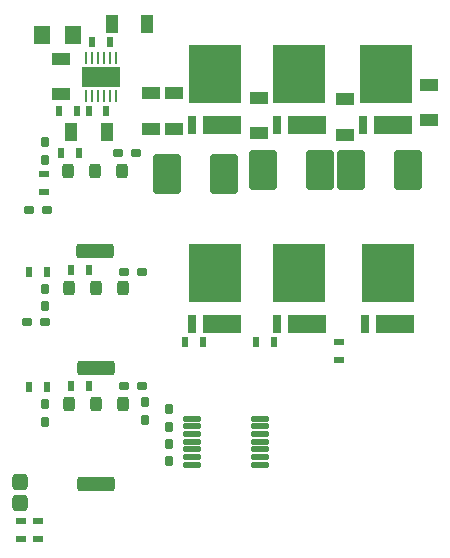
<source format=gbp>
%FSLAX46Y46*%
%MOMM*%
%AMPS21*
21,1,3.140000,1.500000,0.000000,0.000000,180.000000*
%
%ADD21PS21*%
%AMPS20*
21,1,4.900000,4.410000,0.000000,0.000000,90.000000*
%
%ADD20PS20*%
%AMPS22*
21,1,1.500000,0.600000,0.000000,0.000000,90.000000*
%
%ADD22PS22*%
%AMPS36*
1,1,0.200000,-0.650000,-0.125000*
1,1,0.200000,0.650000,-0.125000*
21,1,0.450000,1.300000,0.000000,0.000000,270.000000*
21,1,0.250000,1.500000,0.000000,0.000000,270.000000*
1,1,0.200000,-0.650000,0.125000*
1,1,0.200000,0.650000,0.125000*
%
%ADD36PS36*%
%AMPS37*
1,1,0.200000,0.650000,0.125000*
1,1,0.200000,-0.650000,0.125000*
21,1,0.450000,1.300000,0.000000,0.000000,90.000000*
21,1,0.250000,1.500000,0.000000,0.000000,90.000000*
1,1,0.200000,0.650000,-0.125000*
1,1,0.200000,-0.650000,-0.125000*
%
%ADD37PS37*%
%AMPS27*
1,1,0.200000,0.300000,-0.275000*
1,1,0.200000,0.300000,0.275000*
21,1,0.800000,0.550000,0.000000,0.000000,360.000000*
21,1,0.600000,0.750000,0.000000,0.000000,360.000000*
1,1,0.200000,-0.300000,-0.275000*
1,1,0.200000,-0.300000,0.275000*
%
%ADD27PS27*%
%AMPS24*
1,1,0.200000,-0.275000,-0.300000*
1,1,0.200000,0.275000,-0.300000*
21,1,0.800000,0.550000,0.000000,0.000000,270.000000*
21,1,0.600000,0.750000,0.000000,0.000000,270.000000*
1,1,0.200000,-0.275000,0.300000*
1,1,0.200000,0.275000,0.300000*
%
%ADD24PS24*%
%AMPS16*
1,1,0.200000,-0.300000,0.275000*
1,1,0.200000,-0.300000,-0.275000*
21,1,0.800000,0.550000,0.000000,0.000000,180.000000*
21,1,0.600000,0.750000,0.000000,0.000000,180.000000*
1,1,0.200000,0.300000,0.275000*
1,1,0.200000,0.300000,-0.275000*
%
%ADD16PS16*%
%AMPS19*
1,1,0.200000,0.275000,0.300000*
1,1,0.200000,-0.275000,0.300000*
21,1,0.800000,0.550000,0.000000,0.000000,90.000000*
21,1,0.600000,0.750000,0.000000,0.000000,90.000000*
1,1,0.200000,0.275000,-0.300000*
1,1,0.200000,-0.275000,-0.300000*
%
%ADD19PS19*%
%AMPS30*
1,1,0.400000,-0.275000,0.425000*
1,1,0.400000,-0.275000,-0.425000*
21,1,0.950000,0.850000,0.000000,0.000000,180.000000*
21,1,0.550000,1.250000,0.000000,0.000000,180.000000*
1,1,0.400000,0.275000,0.425000*
1,1,0.400000,0.275000,-0.425000*
%
%ADD30PS30*%
%AMPS35*
1,1,0.200000,-1.550000,-0.750000*
1,1,0.200000,1.550000,-0.750000*
21,1,1.700000,3.100000,0.000000,0.000000,270.000000*
21,1,1.500000,3.300000,0.000000,0.000000,270.000000*
1,1,0.200000,-1.550000,0.750000*
1,1,0.200000,1.550000,0.750000*
%
%ADD35PS35*%
%AMPS31*
1,1,0.200000,0.400000,-0.700000*
1,1,0.200000,0.400000,0.700000*
21,1,1.000000,1.400000,0.000000,0.000000,360.000000*
21,1,0.800000,1.600000,0.000000,0.000000,360.000000*
1,1,0.200000,-0.400000,-0.700000*
1,1,0.200000,-0.400000,0.700000*
%
%ADD31PS31*%
%AMPS11*
1,1,0.200000,-0.400000,0.700000*
1,1,0.200000,-0.400000,-0.700000*
21,1,1.000000,1.400000,0.000000,0.000000,180.000000*
21,1,0.800000,1.600000,0.000000,0.000000,180.000000*
1,1,0.200000,0.400000,0.700000*
1,1,0.200000,0.400000,-0.700000*
%
%ADD11PS11*%
%AMPS10*
1,1,0.200000,0.700000,0.400000*
1,1,0.200000,-0.700000,0.400000*
21,1,1.000000,1.400000,0.000000,0.000000,90.000000*
21,1,0.800000,1.600000,0.000000,0.000000,90.000000*
1,1,0.200000,0.700000,-0.400000*
1,1,0.200000,-0.700000,-0.400000*
%
%ADD10PS10*%
%AMPS29*
1,1,0.500000,1.350000,-0.375000*
1,1,0.500000,1.350000,0.375000*
21,1,3.200000,0.750000,0.000000,0.000000,360.000000*
21,1,2.700000,1.250000,0.000000,0.000000,360.000000*
1,1,0.500000,-1.350000,-0.375000*
1,1,0.500000,-1.350000,0.375000*
%
%ADD29PS29*%
%AMPS14*
1,1,0.520000,0.380000,-0.410000*
1,1,0.520000,0.380000,0.410000*
21,1,1.280000,0.820000,0.000000,0.000000,360.000000*
21,1,0.760000,1.340000,0.000000,0.000000,360.000000*
1,1,0.520000,-0.380000,-0.410000*
1,1,0.520000,-0.380000,0.410000*
%
%ADD14PS14*%
%AMPS15*
1,1,0.520000,-0.380000,0.410000*
1,1,0.520000,-0.380000,-0.410000*
21,1,1.280000,0.820000,0.000000,0.000000,180.000000*
21,1,0.760000,1.340000,0.000000,0.000000,180.000000*
1,1,0.520000,0.380000,0.410000*
1,1,0.520000,0.380000,-0.410000*
%
%ADD15PS15*%
%AMPS34*
1,1,0.100000,0.075000,-0.500000*
1,1,0.100000,0.075000,0.500000*
21,1,0.250000,1.000000,0.000000,0.000000,360.000000*
21,1,0.150000,1.100000,0.000000,0.000000,360.000000*
1,1,0.100000,-0.075000,-0.500000*
1,1,0.100000,-0.075000,0.500000*
%
%ADD34PS34*%
%AMPS33*
1,1,0.100000,-0.075000,0.500000*
1,1,0.100000,-0.075000,-0.500000*
21,1,0.250000,1.000000,0.000000,0.000000,180.000000*
21,1,0.150000,1.100000,0.000000,0.000000,180.000000*
1,1,0.100000,0.075000,0.500000*
1,1,0.100000,0.075000,-0.500000*
%
%ADD33PS33*%
%AMPS28*
1,1,0.200000,0.600000,-0.700000*
1,1,0.200000,0.600000,0.700000*
21,1,1.400000,1.400000,0.000000,0.000000,360.000000*
21,1,1.200000,1.600000,0.000000,0.000000,360.000000*
1,1,0.200000,-0.600000,-0.700000*
1,1,0.200000,-0.600000,0.700000*
%
%ADD28PS28*%
%AMPS12*
1,1,0.200000,0.150000,-0.350000*
1,1,0.200000,0.150000,0.350000*
21,1,0.500000,0.700000,0.000000,0.000000,360.000000*
21,1,0.300000,0.900000,0.000000,0.000000,360.000000*
1,1,0.200000,-0.150000,-0.350000*
1,1,0.200000,-0.150000,0.350000*
%
%ADD12PS12*%
%AMPS32*
1,1,0.200000,-0.350000,-0.150000*
1,1,0.200000,0.350000,-0.150000*
21,1,0.500000,0.700000,0.000000,0.000000,270.000000*
21,1,0.300000,0.900000,0.000000,0.000000,270.000000*
1,1,0.200000,-0.350000,0.150000*
1,1,0.200000,0.350000,0.150000*
%
%ADD32PS32*%
%AMPS23*
1,1,0.200000,-0.150000,0.350000*
1,1,0.200000,-0.150000,-0.350000*
21,1,0.500000,0.700000,0.000000,0.000000,180.000000*
21,1,0.300000,0.900000,0.000000,0.000000,180.000000*
1,1,0.200000,0.150000,0.350000*
1,1,0.200000,0.150000,-0.350000*
%
%ADD23PS23*%
%AMPS13*
1,1,0.200000,0.350000,0.150000*
1,1,0.200000,-0.350000,0.150000*
21,1,0.500000,0.700000,0.000000,0.000000,90.000000*
21,1,0.300000,0.900000,0.000000,0.000000,90.000000*
1,1,0.200000,0.350000,-0.150000*
1,1,0.200000,-0.350000,-0.150000*
%
%ADD13PS13*%
%AMPS26*
1,1,0.500000,-0.940000,-1.440000*
1,1,0.500000,0.940000,-1.440000*
21,1,3.380000,1.880000,0.000000,0.000000,270.000000*
21,1,2.880000,2.380000,0.000000,0.000000,270.000000*
1,1,0.500000,-0.940000,1.440000*
1,1,0.500000,0.940000,1.440000*
%
%ADD26PS26*%
%AMPS25*
1,1,0.500000,0.940000,1.440000*
1,1,0.500000,-0.940000,1.440000*
21,1,3.380000,1.880000,0.000000,0.000000,90.000000*
21,1,2.880000,2.380000,0.000000,0.000000,90.000000*
1,1,0.500000,0.940000,-1.440000*
1,1,0.500000,-0.940000,-1.440000*
%
%ADD25PS25*%
%AMPS17*
1,1,0.280000,0.205000,-0.305000*
1,1,0.280000,0.205000,0.305000*
21,1,0.690000,0.610000,0.000000,0.000000,360.000000*
21,1,0.410000,0.890000,0.000000,0.000000,360.000000*
1,1,0.280000,-0.205000,-0.305000*
1,1,0.280000,-0.205000,0.305000*
%
%ADD17PS17*%
%AMPS18*
1,1,0.280000,-0.205000,0.305000*
1,1,0.280000,-0.205000,-0.305000*
21,1,0.690000,0.610000,0.000000,0.000000,180.000000*
21,1,0.410000,0.890000,0.000000,0.000000,180.000000*
1,1,0.280000,0.205000,0.305000*
1,1,0.280000,0.205000,-0.305000*
%
%ADD18PS18*%
G01*
G01*
%LPD*%
G75*
D10*
X-1200000Y16300000D03*
D10*
X-1200000Y13300000D03*
D11*
X-300000Y10100000D03*
D11*
X2700000Y10100000D03*
D12*
X2950000Y17700000D03*
D12*
X1450000Y17700000D03*
D12*
X1150000Y-11400000D03*
D12*
X-350000Y-11400000D03*
D10*
X6450000Y13400000D03*
D10*
X6450000Y10400000D03*
D12*
X-2350000Y-1700000D03*
D12*
X-3850000Y-1700000D03*
D13*
X-2600000Y6550000D03*
D13*
X-2600000Y5050000D03*
D14*
X-4666667Y-21299997D03*
D15*
X-4666667Y-19499997D03*
D16*
X5650000Y-11400000D03*
D16*
X4150000Y-11400000D03*
D17*
X8000000Y-17710000D03*
D18*
X8000000Y-16290000D03*
D13*
X-4566667Y-22849997D03*
D13*
X-4566667Y-24349997D03*
D19*
X5900000Y-14250000D03*
D19*
X5900000Y-12750000D03*
D20*
X19000000Y15020000D03*
D21*
X19635000Y10680000D03*
D22*
X17095000Y10680000D03*
D10*
X22900000Y12900000D03*
D10*
X22900000Y9900000D03*
D20*
X11850000Y-1780004D03*
D21*
X12485000Y-6120004D03*
D22*
X9945000Y-6120004D03*
D10*
X8400000Y13400000D03*
D10*
X8400000Y10400000D03*
D12*
X1150000Y-1600000D03*
D12*
X-350000Y-1600000D03*
D23*
X9350000Y-7700000D03*
D23*
X10850000Y-7700000D03*
D20*
X26500000Y-1780000D03*
D21*
X27135000Y-6120000D03*
D22*
X24595000Y-6120000D03*
D24*
X-2530000Y9250000D03*
D24*
X-2530000Y7750000D03*
D25*
X20710000Y6900000D03*
D26*
X15890000Y6900000D03*
D25*
X12610000Y6600000D03*
D26*
X7790000Y6600000D03*
D12*
X150000Y11900000D03*
D12*
X-1350000Y11900000D03*
D27*
X-3850000Y3500000D03*
D27*
X-2350000Y3500000D03*
D28*
X-200000Y18300000D03*
D28*
X-2800000Y18300000D03*
D29*
X1800000Y-19700000D03*
D30*
X4100000Y-12900000D03*
D30*
X-500000Y-12900000D03*
D30*
X1800000Y-12900000D03*
D12*
X350000Y8300000D03*
D12*
X-1150000Y8300000D03*
D10*
X30000000Y14100000D03*
D10*
X30000000Y11100000D03*
D16*
X5150000Y8300000D03*
D16*
X3650000Y8300000D03*
D19*
X-2500000Y-4650000D03*
D19*
X-2500000Y-3150000D03*
D31*
X6100000Y19300000D03*
D31*
X3100000Y19300000D03*
D32*
X22322511Y-9174171D03*
D32*
X22322511Y-7674171D03*
D12*
X-2350000Y-11500000D03*
D12*
X-3850000Y-11500000D03*
D29*
X1800000Y-9900000D03*
D30*
X4100000Y-3100000D03*
D30*
X-500000Y-3100000D03*
D30*
X1800000Y-3100000D03*
D12*
X2650000Y11900000D03*
D12*
X1150000Y11900000D03*
D20*
X19000000Y-1780000D03*
D21*
X19635000Y-6120000D03*
D22*
X17095000Y-6120000D03*
D13*
X-3166667Y-22849997D03*
D13*
X-3166667Y-24349997D03*
D33*
X3450000Y16400000D03*
D34*
X2950000Y13200000D03*
D33*
X1450000Y16400000D03*
D34*
X1950000Y13200000D03*
D34*
X1450000Y13200000D03*
D33*
X1950000Y16400000D03*
D35*
X2200000Y14800000D03*
D34*
X950000Y13200000D03*
D34*
X2450000Y13200000D03*
D33*
X950000Y16400000D03*
D33*
X2950000Y16400000D03*
D33*
X2450000Y16400000D03*
D34*
X3450000Y13200000D03*
D19*
X-2500000Y-14450000D03*
D19*
X-2500000Y-12950000D03*
D24*
X8000000Y-13350000D03*
D24*
X8000000Y-14850000D03*
D29*
X1700000Y0D03*
D30*
X4000000Y6800000D03*
D30*
X-600000Y6800000D03*
D30*
X1700000Y6800000D03*
D23*
X15350000Y-7700000D03*
D23*
X16850000Y-7700000D03*
D20*
X11850000Y15019996D03*
D21*
X12485000Y10679996D03*
D22*
X9945000Y10679996D03*
D10*
X15600000Y13000000D03*
D10*
X15600000Y10000000D03*
D25*
X28210000Y6900000D03*
D26*
X23390000Y6900000D03*
D20*
X26300000Y15020000D03*
D21*
X26935000Y10680000D03*
D22*
X24395000Y10680000D03*
D16*
X5650000Y-1700000D03*
D16*
X4150000Y-1700000D03*
D27*
X-4050000Y-6000000D03*
D27*
X-2550000Y-6000000D03*
D36*
X9900000Y-18050000D03*
D36*
X9900000Y-16100000D03*
D37*
X15700000Y-15450000D03*
D37*
X15700000Y-18050000D03*
D37*
X15700000Y-14150000D03*
D36*
X9900000Y-16750000D03*
D37*
X15700000Y-16100000D03*
D37*
X15700000Y-14800000D03*
D37*
X15700000Y-17400000D03*
D36*
X9900000Y-14150000D03*
D36*
X9900000Y-14800000D03*
D36*
X9900000Y-17400000D03*
D37*
X15700000Y-16750000D03*
D36*
X9900000Y-15450000D03*
M02*

</source>
